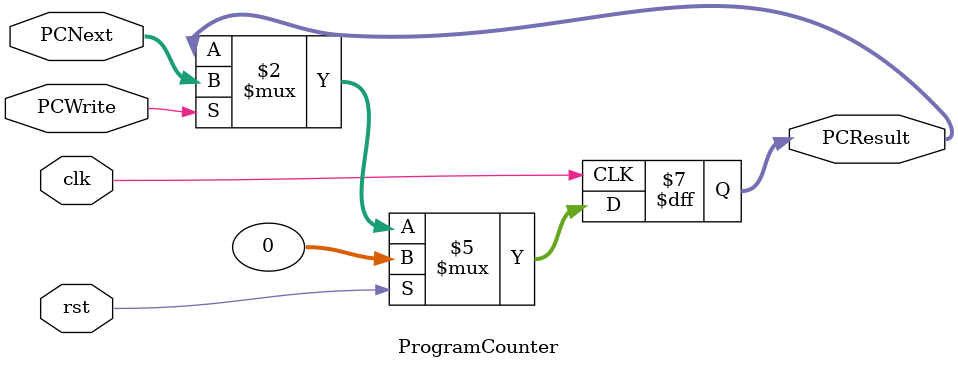
<source format=v>
module ProgramCounter(
    input clk, rst, PCWrite,
    input [31:0] PCNext,

    output reg [31:0] PCResult
);
    always @(posedge clk) begin
        if (rst) begin
            PCResult <= 0;
        end
        else if (PCWrite) begin
            PCResult <= PCNext;
        end
    end
    
endmodule
</source>
